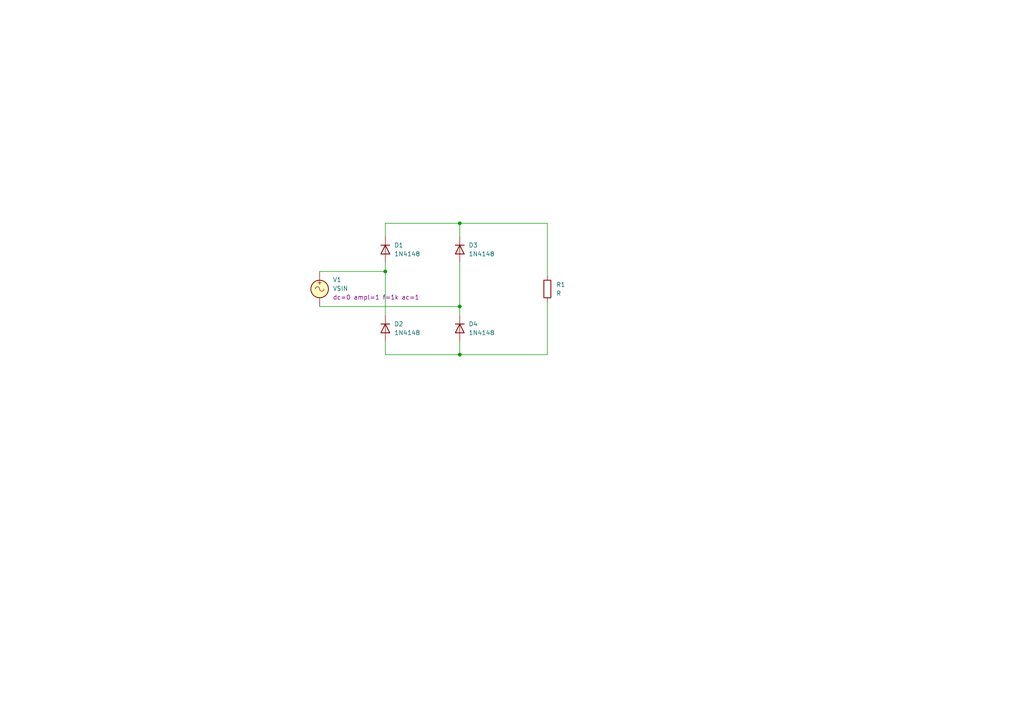
<source format=kicad_sch>
(kicad_sch (version 20231120) (generator "eeschema") (generator_version "8.0")
  (paper "A4")
  (lib_symbols
    (symbol "Device:R" (pin_numbers hide) (pin_names (offset 0))
      (property "Reference" "R" (at 2.032 0 90))
      (property "Value" "R" (at 0 0 90))
      (symbol "R_0_1"
        (rectangle (start -1.016 -2.54) (end 1.016 2.54) (stroke (width 0.254)))
      )
      (symbol "R_1_1"
        (pin passive line (at 0 3.81 270) (length 1.27) (name "~") (number "1"))
        (pin passive line (at 0 -3.81 90) (length 1.27) (name "~") (number "2"))
      )
    )
    (symbol "Diode:1N4148" (pin_numbers hide) (pin_names hide)
      (property "Reference" "D" (at 0 2.54 0))
      (property "Value" "1N4148" (at 0 -2.54 0))
      (symbol "1N4148_0_1"
        (polyline (pts (xy -1.27 1.27) (xy -1.27 -1.27)) (stroke (width 0.254)))
        (polyline (pts (xy 1.27 0) (xy -1.27 0)))
        (polyline (pts (xy 1.27 1.27) (xy 1.27 -1.27) (xy -1.27 0) (xy 1.27 1.27)) (stroke (width 0.254)))
      )
      (symbol "1N4148_1_1"
        (pin passive line (at -3.81 0 0) (length 2.54) (name "K") (number "1"))
        (pin passive line (at 3.81 0 180) (length 2.54) (name "A") (number "2"))
      )
    )
    (symbol "Simulation_SPICE:VSIN" (pin_numbers hide) (pin_names (offset 0.0254))
      (property "Reference" "V" (at 2.54 2.54 0))
      (property "Value" "VSIN" (at 2.54 0 0))
      (property "Sim.Params" "dc=0 ampl=1 f=1k ac=1" (at 2.54 -2.54 0))
      (symbol "VSIN_0_0"
        (arc (start 0 0) (mid -0.635 0.6323) (end -1.27 0))
        (arc (start 0 0) (mid 0.635 -0.6323) (end 1.27 0))
        (text "+" (at 0 1.905 0) (effects (font (size 1.27 1.27))))
      )
      (symbol "VSIN_0_1"
        (circle (center 0 0) (radius 2.54) (stroke (width 0.254)) (fill (type background)))
      )
      (symbol "VSIN_1_1"
        (pin passive line (at 0 5.08 270) (length 2.54) (name "~") (number "1"))
        (pin passive line (at 0 -5.08 90) (length 2.54) (name "~") (number "2"))
      )
    )
  )
  (junction (at 133.35 88.9))
  (junction (at 133.35 64.77))
  (junction (at 133.35 102.87))
  (junction (at 111.76 78.74))
  (wire (pts (xy 92.71 88.9) (xy 133.35 88.9)))
  (wire (pts (xy 111.76 99.06) (xy 111.76 102.87)))
  (wire (pts (xy 111.76 76.2) (xy 111.76 78.74)))
  (wire (pts (xy 133.35 64.77) (xy 133.35 68.58)))
  (wire (pts (xy 158.75 64.77) (xy 158.75 80.01)))
  (wire (pts (xy 92.71 78.74) (xy 111.76 78.74)))
  (wire (pts (xy 111.76 68.58) (xy 111.76 64.77)))
  (wire (pts (xy 111.76 78.74) (xy 111.76 91.44)))
  (wire (pts (xy 133.35 99.06) (xy 133.35 102.87)))
  (wire (pts (xy 133.35 88.9) (xy 133.35 91.44)))
  (wire (pts (xy 111.76 102.87) (xy 133.35 102.87)))
  (wire (pts (xy 158.75 87.63) (xy 158.75 102.87)))
  (wire (pts (xy 133.35 64.77) (xy 158.75 64.77)))
  (wire (pts (xy 111.76 64.77) (xy 133.35 64.77)))
  (wire (pts (xy 158.75 102.87) (xy 133.35 102.87)))
  (wire (pts (xy 133.35 76.2) (xy 133.35 88.9)))
  (symbol (lib_id "Diode:1N4148") (at 133.35 95.25 270) (unit 1)
    (property "Reference" "D4" (at 135.89 93.98 90) (effects (justify left)))
    (property "Value" "1N4148" (at 135.89 96.52 90) (effects (justify left)))
    (property "Footprint" "Diode_THT:D_DO-35_SOD27_P7.62mm_Horizontal" (effects (hide yes)))
    (property "Datasheet" "https://assets.nexperia.com/documents/data-sheet/1N4148_1N4448.pdf" (effects (hide yes)))
    (property "Sim.Device" "D" (effects (hide yes)))
    (property "Sim.Pins" "1=K 2=A" (effects (hide yes)))
  )
  (symbol (lib_id "Simulation_SPICE:VSIN") (at 92.71 83.82 0) (unit 1)
    (property "Reference" "V1" (at 96.52 81.1502 0) (effects (justify left)))
    (property "Value" "VSIN" (at 96.52 83.6902 0) (effects (justify left)))
    (property "Sim.Pins" "1=+ 2=-" (effects (hide yes)))
    (property "Sim.Params" "dc=0 ampl=1 f=1k ac=1" (at 96.52 86.2302 0) (effects (justify left)))
    (property "Sim.Type" "SIN" (effects (hide yes)))
    (property "Sim.Device" "V" (effects (hide yes)))
  )
  (symbol (lib_id "Diode:1N4148") (at 111.76 72.39 270) (unit 1)
    (property "Reference" "D1" (at 114.3 71.12 90) (effects (justify left)))
    (property "Value" "1N4148" (at 114.3 73.66 90) (effects (justify left)))
    (property "Footprint" "Diode_THT:D_DO-35_SOD27_P7.62mm_Horizontal" (effects (hide yes)))
    (property "Datasheet" "https://assets.nexperia.com/documents/data-sheet/1N4148_1N4448.pdf" (effects (hide yes)))
    (property "Sim.Device" "D" (effects (hide yes)))
    (property "Sim.Pins" "1=K 2=A" (effects (hide yes)))
  )
  (symbol (lib_id "Device:R") (at 158.75 83.82 0) (unit 1)
    (property "Reference" "R1" (at 161.29 82.55 0) (effects (justify left)))
    (property "Value" "R" (at 161.29 85.09 0) (effects (justify left)))
    (property "Footprint" "Resistor_THT:R_Array_SIP4" (effects (hide yes)))
  )
  (symbol (lib_id "Diode:1N4148") (at 133.35 72.39 270) (unit 1)
    (property "Reference" "D3" (at 135.89 71.12 90) (effects (justify left)))
    (property "Value" "1N4148" (at 135.89 73.66 90) (effects (justify left)))
    (property "Footprint" "Diode_THT:D_DO-35_SOD27_P7.62mm_Horizontal" (effects (hide yes)))
    (property "Datasheet" "https://assets.nexperia.com/documents/data-sheet/1N4148_1N4448.pdf" (effects (hide yes)))
    (property "Sim.Device" "D" (effects (hide yes)))
    (property "Sim.Pins" "1=K 2=A" (effects (hide yes)))
  )
  (symbol (lib_id "Diode:1N4148") (at 111.76 95.25 270) (unit 1)
    (property "Reference" "D2" (at 114.3 93.98 90) (effects (justify left)))
    (property "Value" "1N4148" (at 114.3 96.52 90) (effects (justify left)))
    (property "Footprint" "Diode_THT:D_DO-35_SOD27_P7.62mm_Horizontal" (effects (hide yes)))
    (property "Datasheet" "https://assets.nexperia.com/documents/data-sheet/1N4148_1N4448.pdf" (effects (hide yes)))
    (property "Sim.Device" "D" (effects (hide yes)))
    (property "Sim.Pins" "1=K 2=A" (effects (hide yes)))
  )
)
</source>
